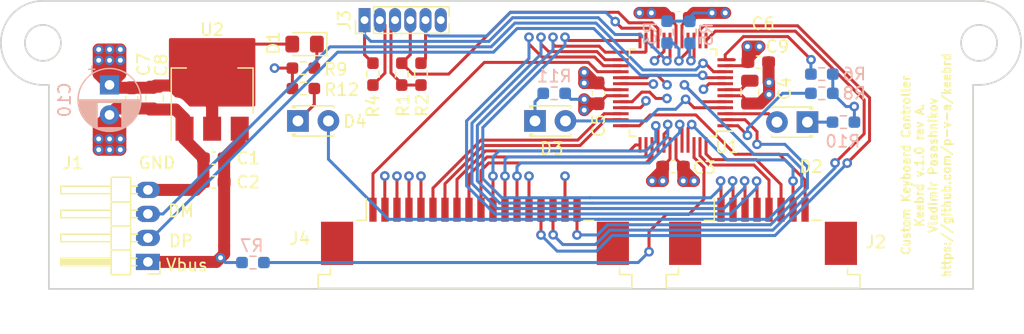
<source format=kicad_pcb>
(kicad_pcb (version 20171130) (host pcbnew 5.1.10-88a1d61d58~88~ubuntu18.04.1)
  (layers (0 F.Cu signal) (1 In1.Cu power hide) (2 In2.Cu power) (31 B.Cu signal) (34 B.Paste user) (35 F.Paste user) (36 B.SilkS user) (37 F.SilkS user) (38 B.Mask user) (39 F.Mask user) (44 Edge.Cuts user))
  (net 0 "")
  (net 1 VBUS)
  (net 2 GND)
  (net 3 +3V3)
  (net 4 "Net-(D1-Pad1)")
  (net 5 "Net-(D2-Pad1)")
  (net 6 LED_SCRLL)
  (net 7 LED_CAPS)
  (net 8 "Net-(D3-Pad1)")
  (net 9 "Net-(D4-Pad1)")
  (net 10 LED_NUM)
  (net 11 DM)
  (net 12 DP)
  (net 13 ~MCLR)
  (net 14 PGD)
  (net 15 PGC)
  (net 16 COL0)
  (net 17 COL1)
  (net 18 COL2)
  (net 19 COL3)
  (net 20 COL4)
  (net 21 COL5)
  (net 22 COL6)
  (net 23 COL7)
  (net 24 "Net-(R3-Pad1)")
  (net 25 "Net-(R5-Pad1)")
  (net 26 "Net-(R6-Pad1)")
  (net 27 "Net-(R7-Pad1)")
  (net 28 "Net-(R8-Pad1)")
  (net 29 COL17)
  (net 30 "Net-(C4-Pad1)")
  (net 31 COL8)
  (net 32 ROW0)
  (net 33 ROW1)
  (net 34 ROW2)
  (net 35 ROW3)
  (net 36 COL11)
  (net 37 COL12)
  (net 38 COL13)
  (net 39 COL9)
  (net 40 ROW4)
  (net 41 COL14)
  (net 42 COL15)
  (net 43 COL16)
  (net 44 COL10)
  (net 45 ROW5)
  (net 46 ROW6)
  (net 47 ROW7)
  (module Capacitor_THT:CP_Radial_D5.0mm_P2.50mm (layer B.Cu) (at 80.05 53 270)
    (fp_text reference C10 (at 1.25 3.75 270) (layer B.SilkS) (effects (justify mirror)))
    (fp_text value 1u)
    (pad 2 thru_hole circle (at 2.5 0 270) (size 1.6 1.6) (drill 0.8) (layers *.Cu *.Mask) (net 2 GND))
    (pad 1 thru_hole rect (at 0 0 270) (size 1.6 1.6) (drill 0.8) (layers *.Cu *.Mask) (net 3 +3V3))
  )
  (module Connector_PinHeader_1.27mm:PinHeader_1x06_P1.27mm_Vertical (layer F.Cu) (at 101.3 47.6 90)
    (fp_text reference J3 (at 0 -1.695 90) (layer F.SilkS))
    (fp_text value "iCP02 Connector")
    (pad 6 thru_hole oval (at 0 6.35 90) (size 2 1) (drill 0.65) (layers *.Cu *.Mask))
    (pad 5 thru_hole oval (at 0 5.08 90) (size 2 1) (drill 0.65) (layers *.Cu *.Mask) (net 15 PGC))
    (pad 4 thru_hole oval (at 0 3.81 90) (size 2 1) (drill 0.65) (layers *.Cu *.Mask) (net 14 PGD))
    (pad 3 thru_hole oval (at 0 2.54 90) (size 2 1) (drill 0.65) (layers *.Cu *.Mask) (net 2 GND))
    (pad 2 thru_hole oval (at 0 1.27 90) (size 2 1) (drill 0.65) (layers *.Cu *.Mask) (net 3 +3V3))
    (pad 1 thru_hole rect (at 0 0 90) (size 2 1) (drill 0.65) (layers *.Cu *.Mask) (net 13 ~MCLR))
  )
  (module Capacitor_SMD:C_0603_1608Metric_Pad1.08x0.95mm_HandSolder (layer F.Cu) (at 134.1 51.1)
    (fp_text reference C9 (at 1.6 -1.3 180) (layer F.SilkS))
    (fp_text value 0.1uF hide)
    (pad 2 smd roundrect (at 0.8625 0) (size 1.075 0.95) (layers F.Cu F.Paste F.Mask) (net 2 GND))
    (pad 1 smd roundrect (at -0.8625 0) (size 1.075 0.95) (layers F.Cu F.Paste F.Mask) (net 3 +3V3))
  )
  (module Package_QFP:TQFP-48_7x7mm_P0.5mm (layer F.Cu) (at 127 53.65 180)
    (fp_text reference U1 (at -4.5 -4.5) (layer F.SilkS))
    (fp_text value PIC24FJ64GU205-IPT hide)
    (pad 1 smd rect (at -4.35 -2.75 180) (size 1.3 0.25) (layers F.Cu F.Paste F.Mask) (net 28 "Net-(R8-Pad1)"))
    (pad 2 smd rect (at -4.35 -2.25 180) (size 1.3 0.25) (layers F.Cu F.Paste F.Mask) (net 29 COL17))
    (pad 3 smd rect (at -4.35 -1.75 180) (size 1.3 0.25) (layers F.Cu F.Paste F.Mask) (net 6 LED_SCRLL))
    (pad 4 smd rect (at -4.35 -1.25 180) (size 1.3 0.25) (layers F.Cu F.Paste F.Mask) (net 7 LED_CAPS))
    (pad 5 smd rect (at -4.35 -0.75 180) (size 1.3 0.25) (layers F.Cu F.Paste F.Mask) (net 10 LED_NUM))
    (pad 6 smd rect (at -4.35 -0.25 180) (size 1.3 0.25) (layers F.Cu F.Paste F.Mask) (net 2 GND))
    (pad 7 smd rect (at -4.35 0.25 180) (size 1.3 0.25) (layers F.Cu F.Paste F.Mask) (net 30 "Net-(C4-Pad1)"))
    (pad 8 smd rect (at -4.35 0.75 180) (size 1.3 0.25) (layers F.Cu F.Paste F.Mask) (net 43 COL16))
    (pad 9 smd rect (at -4.35 1.25 180) (size 1.3 0.25) (layers F.Cu F.Paste F.Mask) (net 12 DP))
    (pad 10 smd rect (at -4.35 1.75 180) (size 1.3 0.25) (layers F.Cu F.Paste F.Mask) (net 11 DM))
    (pad 11 smd rect (at -4.35 2.25 180) (size 1.3 0.25) (layers F.Cu F.Paste F.Mask) (net 3 +3V3))
    (pad 12 smd rect (at -4.35 2.75 180) (size 1.3 0.25) (layers F.Cu F.Paste F.Mask) (net 26 "Net-(R6-Pad1)"))
    (pad 13 smd rect (at -2.75 4.35 270) (size 1.3 0.25) (layers F.Cu F.Paste F.Mask) (net 42 COL15))
    (pad 14 smd rect (at -2.25 4.35 270) (size 1.3 0.25) (layers F.Cu F.Paste F.Mask) (net 41 COL14))
    (pad 15 smd rect (at -1.75 4.35 270) (size 1.3 0.25) (layers F.Cu F.Paste F.Mask) (net 25 "Net-(R5-Pad1)"))
    (pad 16 smd rect (at -1.25 4.35 270) (size 1.3 0.25) (layers F.Cu F.Paste F.Mask) (net 24 "Net-(R3-Pad1)"))
    (pad 17 smd rect (at -0.75 4.35 270) (size 1.3 0.25) (layers F.Cu F.Paste F.Mask) (net 2 GND))
    (pad 18 smd rect (at -0.25 4.35 270) (size 1.3 0.25) (layers F.Cu F.Paste F.Mask) (net 3 +3V3))
    (pad 19 smd rect (at 0.25 4.35 270) (size 1.3 0.25) (layers F.Cu F.Paste F.Mask) (net 13 ~MCLR))
    (pad 20 smd rect (at 0.75 4.35 270) (size 1.3 0.25) (layers F.Cu F.Paste F.Mask) (net 17 COL1))
    (pad 21 smd rect (at 1.25 4.35 270) (size 1.3 0.25) (layers F.Cu F.Paste F.Mask) (net 14 PGD))
    (pad 22 smd rect (at 1.75 4.35 270) (size 1.3 0.25) (layers F.Cu F.Paste F.Mask) (net 15 PGC))
    (pad 23 smd rect (at 2.25 4.35 270) (size 1.3 0.25) (layers F.Cu F.Paste F.Mask) (net 33 ROW1))
    (pad 24 smd rect (at 2.75 4.35 270) (size 1.3 0.25) (layers F.Cu F.Paste F.Mask) (net 32 ROW0))
    (pad 25 smd rect (at 4.35 2.75 180) (size 1.3 0.25) (layers F.Cu F.Paste F.Mask) (net 34 ROW2))
    (pad 26 smd rect (at 4.35 2.25 180) (size 1.3 0.25) (layers F.Cu F.Paste F.Mask) (net 35 ROW3))
    (pad 27 smd rect (at 4.35 1.75 180) (size 1.3 0.25) (layers F.Cu F.Paste F.Mask) (net 16 COL0))
    (pad 28 smd rect (at 4.35 1.25 180) (size 1.3 0.25) (layers F.Cu F.Paste F.Mask) (net 18 COL2))
    (pad 29 smd rect (at 4.35 0.75 180) (size 1.3 0.25) (layers F.Cu F.Paste F.Mask) (net 19 COL3))
    (pad 30 smd rect (at 4.35 0.25 180) (size 1.3 0.25) (layers F.Cu F.Paste F.Mask) (net 3 +3V3))
    (pad 31 smd rect (at 4.35 -0.25 180) (size 1.3 0.25) (layers F.Cu F.Paste F.Mask) (net 2 GND))
    (pad 32 smd rect (at 4.35 -0.75 180) (size 1.3 0.25) (layers F.Cu F.Paste F.Mask) (net 20 COL4))
    (pad 33 smd rect (at 4.35 -1.25 180) (size 1.3 0.25) (layers F.Cu F.Paste F.Mask) (net 38 COL13))
    (pad 34 smd rect (at 4.35 -1.75 180) (size 1.3 0.25) (layers F.Cu F.Paste F.Mask) (net 21 COL5))
    (pad 35 smd rect (at 4.35 -2.25 180) (size 1.3 0.25) (layers F.Cu F.Paste F.Mask) (net 22 COL6))
    (pad 36 smd rect (at 4.35 -2.75 180) (size 1.3 0.25) (layers F.Cu F.Paste F.Mask) (net 47 ROW7))
    (pad 37 smd rect (at 2.75 -4.35 270) (size 1.3 0.25) (layers F.Cu F.Paste F.Mask) (net 23 COL7))
    (pad 38 smd rect (at 2.25 -4.35 270) (size 1.3 0.25) (layers F.Cu F.Paste F.Mask) (net 31 COL8))
    (pad 39 smd rect (at 1.75 -4.35 270) (size 1.3 0.25) (layers F.Cu F.Paste F.Mask) (net 39 COL9))
    (pad 40 smd rect (at 1.25 -4.35 270) (size 1.3 0.25) (layers F.Cu F.Paste F.Mask) (net 44 COL10))
    (pad 41 smd rect (at 0.75 -4.35 270) (size 1.3 0.25) (layers F.Cu F.Paste F.Mask) (net 36 COL11))
    (pad 42 smd rect (at 0.25 -4.35 270) (size 1.3 0.25) (layers F.Cu F.Paste F.Mask) (net 2 GND))
    (pad 43 smd rect (at -0.25 -4.35 270) (size 1.3 0.25) (layers F.Cu F.Paste F.Mask) (net 3 +3V3))
    (pad 44 smd rect (at -0.75 -4.35 270) (size 1.3 0.25) (layers F.Cu F.Paste F.Mask) (net 37 COL12))
    (pad 45 smd rect (at -1.25 -4.35 270) (size 1.3 0.25) (layers F.Cu F.Paste F.Mask) (net 46 ROW6))
    (pad 46 smd rect (at -1.75 -4.35 270) (size 1.3 0.25) (layers F.Cu F.Paste F.Mask) (net 27 "Net-(R7-Pad1)"))
    (pad 47 smd rect (at -2.25 -4.35 270) (size 1.3 0.25) (layers F.Cu F.Paste F.Mask) (net 40 ROW4))
    (pad 48 smd rect (at -2.75 -4.35 270) (size 1.3 0.25) (layers F.Cu F.Paste F.Mask) (net 45 ROW5))
  )
  (module Connector_FFC-FPC:TE_1-84953-8_1x18-1MP_P1.0mm_Horizontal (layer F.Cu) (at 110.5 65.2)
    (fp_text reference J4 (at -14.6 0.6) (layer F.SilkS))
    (fp_text value Col)
    (pad MP smd rect (at 11.49 1) (size 2.68 3.6) (layers F.Cu F.Paste F.Mask))
    (pad MP smd rect (at -11.49 1) (size 2.68 3.6) (layers F.Cu F.Paste F.Mask))
    (pad 18 smd rect (at 8.5 -1.8) (size 0.61 2) (layers F.Cu F.Paste F.Mask) (net 29 COL17))
    (pad 17 smd rect (at 7.5 -1.8) (size 0.61 2) (layers F.Cu F.Paste F.Mask) (net 43 COL16))
    (pad 16 smd rect (at 6.5 -1.8) (size 0.61 2) (layers F.Cu F.Paste F.Mask) (net 42 COL15))
    (pad 15 smd rect (at 5.5 -1.8) (size 0.61 2) (layers F.Cu F.Paste F.Mask) (net 41 COL14))
    (pad 14 smd rect (at 4.5 -1.8) (size 0.61 2) (layers F.Cu F.Paste F.Mask) (net 38 COL13))
    (pad 13 smd rect (at 3.5 -1.8) (size 0.61 2) (layers F.Cu F.Paste F.Mask) (net 37 COL12))
    (pad 12 smd rect (at 2.5 -1.8) (size 0.61 2) (layers F.Cu F.Paste F.Mask) (net 36 COL11))
    (pad 11 smd rect (at 1.5 -1.8) (size 0.61 2) (layers F.Cu F.Paste F.Mask) (net 44 COL10))
    (pad 10 smd rect (at 0.5 -1.8) (size 0.61 2) (layers F.Cu F.Paste F.Mask) (net 39 COL9))
    (pad 9 smd rect (at -0.5 -1.8) (size 0.61 2) (layers F.Cu F.Paste F.Mask) (net 31 COL8))
    (pad 8 smd rect (at -1.5 -1.8) (size 0.61 2) (layers F.Cu F.Paste F.Mask) (net 23 COL7))
    (pad 7 smd rect (at -2.5 -1.8) (size 0.61 2) (layers F.Cu F.Paste F.Mask) (net 22 COL6))
    (pad 6 smd rect (at -3.5 -1.8) (size 0.61 2) (layers F.Cu F.Paste F.Mask) (net 21 COL5))
    (pad 5 smd rect (at -4.5 -1.8) (size 0.61 2) (layers F.Cu F.Paste F.Mask) (net 20 COL4))
    (pad 4 smd rect (at -5.5 -1.8) (size 0.61 2) (layers F.Cu F.Paste F.Mask) (net 19 COL3))
    (pad 3 smd rect (at -6.5 -1.8) (size 0.61 2) (layers F.Cu F.Paste F.Mask) (net 18 COL2))
    (pad 2 smd rect (at -7.5 -1.8) (size 0.61 2) (layers F.Cu F.Paste F.Mask) (net 17 COL1))
    (pad 1 smd rect (at -8.5 -1.8) (size 0.61 2) (layers F.Cu F.Paste F.Mask) (net 16 COL0))
  )
  (module Connector_FFC-FPC:TE_84952-8_1x08-1MP_P1.0mm_Horizontal (layer F.Cu) (at 134.5 65.2)
    (fp_text reference J2 (at 9.4 0.89) (layer F.SilkS))
    (fp_text value Row)
    (pad MP smd rect (at 6.49 1) (size 2.68 3.6) (layers F.Cu F.Paste F.Mask))
    (pad MP smd rect (at -6.49 1) (size 2.68 3.6) (layers F.Cu F.Paste F.Mask))
    (pad 8 smd rect (at 3.5 -1.8) (size 0.61 2) (layers F.Cu F.Paste F.Mask) (net 47 ROW7))
    (pad 7 smd rect (at 2.5 -1.8) (size 0.61 2) (layers F.Cu F.Paste F.Mask) (net 46 ROW6))
    (pad 6 smd rect (at 1.5 -1.8) (size 0.61 2) (layers F.Cu F.Paste F.Mask) (net 45 ROW5))
    (pad 5 smd rect (at 0.5 -1.8) (size 0.61 2) (layers F.Cu F.Paste F.Mask) (net 40 ROW4))
    (pad 4 smd rect (at -0.5 -1.8) (size 0.61 2) (layers F.Cu F.Paste F.Mask) (net 35 ROW3))
    (pad 3 smd rect (at -1.5 -1.8) (size 0.61 2) (layers F.Cu F.Paste F.Mask) (net 34 ROW2))
    (pad 2 smd rect (at -2.5 -1.8) (size 0.61 2) (layers F.Cu F.Paste F.Mask) (net 33 ROW1))
    (pad 1 smd rect (at -3.5 -1.8) (size 0.61 2) (layers F.Cu F.Paste F.Mask) (net 32 ROW0))
  )
  (module Connector_PinHeader_2.00mm:PinHeader_1x04_P2.00mm_Horizontal (layer F.Cu) (at 83.25 67.75 180)
    (fp_text reference J1 (at 6.25 8.25) (layer F.SilkS))
    (fp_text value USB)
    (pad 4 thru_hole oval (at 0 6 180) (size 2 1.35) (drill 0.8) (layers *.Cu *.Mask) (net 2 GND))
    (pad 3 thru_hole oval (at 0 4 180) (size 2 1.35) (drill 0.8) (layers *.Cu *.Mask) (net 11 DM))
    (pad 2 thru_hole oval (at 0 2 180) (size 2 1.35) (drill 0.8) (layers *.Cu *.Mask) (net 12 DP))
    (pad 1 thru_hole rect (at 0 0 180) (size 2 1.35) (drill 0.8) (layers *.Cu *.Mask) (net 1 VBUS))
  )
  (module Capacitor_SMD:C_0805_2012Metric (layer F.Cu) (at 83.8 54.1 270)
    (fp_text reference C8 (at -2.75 -0.55 90) (layer F.SilkS))
    (fp_text value 1u hide)
    (pad 2 smd roundrect (at 0.95 0 270) (size 1 1.45) (layers F.Cu F.Paste F.Mask) (net 2 GND))
    (pad 1 smd roundrect (at -0.95 0 270) (size 1 1.45) (layers F.Cu F.Paste F.Mask) (net 3 +3V3))
  )
  (module Capacitor_SMD:C_0805_2012Metric (layer F.Cu) (at 133.4 53.6 270)
    (fp_text reference C4 (at -0.3 -2.9 270) (layer F.SilkS))
    (fp_text value 1u hide)
    (pad 2 smd roundrect (at 0.95 0 270) (size 1 1.45) (layers F.Cu F.Paste F.Mask) (net 2 GND))
    (pad 1 smd roundrect (at -0.95 0 270) (size 1 1.45) (layers F.Cu F.Paste F.Mask) (net 30 "Net-(C4-Pad1)"))
  )
  (module Capacitor_SMD:C_0603_1608Metric_Pad1.08x0.95mm_HandSolder (layer F.Cu) (at 88.7375 59.1 180)
    (fp_text reference C1 (at -2.8625 0) (layer F.SilkS))
    (fp_text value 0.1uF hide)
    (pad 1 smd roundrect (at -0.8625 0 180) (size 1.075 0.95) (layers F.Cu F.Paste F.Mask) (net 1 VBUS))
    (pad 2 smd roundrect (at 0.8625 0 180) (size 1.075 0.95) (layers F.Cu F.Paste F.Mask) (net 2 GND))
  )
  (module Capacitor_SMD:C_0603_1608Metric_Pad1.08x0.95mm_HandSolder (layer F.Cu) (at 88.7375 61.1 180)
    (fp_text reference C2 (at -2.8625 0) (layer F.SilkS))
    (fp_text value 0.1uF hide)
    (pad 2 smd roundrect (at 0.8625 0 180) (size 1.075 0.95) (layers F.Cu F.Paste F.Mask) (net 2 GND))
    (pad 1 smd roundrect (at -0.8625 0 180) (size 1.075 0.95) (layers F.Cu F.Paste F.Mask) (net 1 VBUS))
  )
  (module Capacitor_SMD:C_0603_1608Metric_Pad1.08x0.95mm_HandSolder (layer F.Cu) (at 127 59.8 180)
    (fp_text reference C3 (at -2.6 -0.1) (layer F.SilkS))
    (fp_text value 0.1uF hide)
    (pad 2 smd roundrect (at 0.8625 0 180) (size 1.075 0.95) (layers F.Cu F.Paste F.Mask) (net 2 GND))
    (pad 1 smd roundrect (at -0.8625 0 180) (size 1.075 0.95) (layers F.Cu F.Paste F.Mask) (net 3 +3V3))
  )
  (module Capacitor_SMD:C_0603_1608Metric_Pad1.08x0.95mm_HandSolder (layer F.Cu) (at 120.8 53.7 270)
    (fp_text reference C5 (at 2.7 0 90) (layer F.SilkS))
    (fp_text value 0.1uF hide)
    (pad 1 smd roundrect (at -0.8625 0 270) (size 1.075 0.95) (layers F.Cu F.Paste F.Mask) (net 3 +3V3))
    (pad 2 smd roundrect (at 0.8625 0 270) (size 1.075 0.95) (layers F.Cu F.Paste F.Mask) (net 2 GND))
  )
  (module Capacitor_SMD:C_0603_1608Metric_Pad1.08x0.95mm_HandSolder (layer F.Cu) (at 127.5 47.4)
    (fp_text reference C6 (at 7 0.5) (layer F.SilkS))
    (fp_text value 0.1uF hide)
    (pad 2 smd roundrect (at 0.8625 0) (size 1.075 0.95) (layers F.Cu F.Paste F.Mask) (net 2 GND))
    (pad 1 smd roundrect (at -0.8625 0) (size 1.075 0.95) (layers F.Cu F.Paste F.Mask) (net 3 +3V3))
  )
  (module Capacitor_SMD:C_0603_1608Metric_Pad1.08x0.95mm_HandSolder (layer F.Cu) (at 81.9 54.1 270)
    (fp_text reference C7 (at -2.8 -1 90) (layer F.SilkS))
    (fp_text value 0.1uF hide)
    (pad 1 smd roundrect (at -0.8625 0 270) (size 1.075 0.95) (layers F.Cu F.Paste F.Mask) (net 3 +3V3))
    (pad 2 smd roundrect (at 0.8625 0 270) (size 1.075 0.95) (layers F.Cu F.Paste F.Mask) (net 2 GND))
  )
  (module LED_SMD:LED_0805_2012Metric_Pad1.15x1.40mm_HandSolder (layer F.Cu) (at 96.3 49.6 180)
    (fp_text reference D1 (at 2.6 0.1 90) (layer F.SilkS))
    (fp_text value Power)
    (pad 1 smd roundrect (at -1.025 0 180) (size 1.15 1.4) (layers F.Cu F.Paste F.Mask) (roundrect_rratio 0.2173904347826087) (net 4 "Net-(D1-Pad1)"))
    (pad 2 smd roundrect (at 1.025 0 180) (size 1.15 1.4) (layers F.Cu F.Paste F.Mask) (roundrect_rratio 0.2173904347826087) (net 3 +3V3))
  )
  (module LED_THT:LED_D1.8mm_W3.3mm_H2.4mm (layer F.Cu) (at 138.2 56.1 180)
    (fp_text reference D2 (at -0.3 -3.7) (layer F.SilkS))
    (fp_text value Scroll)
    (pad 1 thru_hole rect (at 0 0 180) (size 1.8 1.8) (drill 0.9) (layers *.Cu *.Mask) (net 5 "Net-(D2-Pad1)"))
    (pad 2 thru_hole circle (at 2.54 0 180) (size 1.8 1.8) (drill 0.9) (layers *.Cu *.Mask) (net 6 LED_SCRLL))
  )
  (module LED_THT:LED_D1.8mm_W3.3mm_H2.4mm (layer F.Cu) (at 115.5 56)
    (fp_text reference D3 (at 1.4 2.3) (layer F.SilkS))
    (fp_text value Caps)
    (pad 2 thru_hole circle (at 2.54 0) (size 1.8 1.8) (drill 0.9) (layers *.Cu *.Mask) (net 7 LED_CAPS))
    (pad 1 thru_hole rect (at 0 0) (size 1.8 1.8) (drill 0.9) (layers *.Cu *.Mask) (net 8 "Net-(D3-Pad1)"))
  )
  (module LED_THT:LED_D1.8mm_W3.3mm_H2.4mm (layer F.Cu) (at 95.75 56)
    (fp_text reference D4 (at 4.75 0.05) (layer F.SilkS))
    (fp_text value Num)
    (pad 1 thru_hole rect (at 0 0) (size 1.8 1.8) (drill 0.9) (layers *.Cu *.Mask) (net 9 "Net-(D4-Pad1)"))
    (pad 2 thru_hole circle (at 2.54 0) (size 1.8 1.8) (drill 0.9) (layers *.Cu *.Mask) (net 10 LED_NUM))
  )
  (module Resistor_SMD:R_0603_1608Metric_Pad0.98x0.95mm_HandSolder (layer F.Cu) (at 104.4 52.1 270)
    (fp_text reference R1 (at 2.6 -0.1 90) (layer F.SilkS))
    (fp_text value 47k hide)
    (pad 1 smd roundrect (at -0.9125 0 270) (size 0.975 0.95) (layers F.Cu F.Paste F.Mask) (net 14 PGD))
    (pad 2 smd roundrect (at 0.9125 0 270) (size 0.975 0.95) (layers F.Cu F.Paste F.Mask) (net 2 GND))
  )
  (module Resistor_SMD:R_0603_1608Metric_Pad0.98x0.95mm_HandSolder (layer F.Cu) (at 106 52.1 270)
    (fp_text reference R2 (at 2.6 -0.1 90) (layer F.SilkS))
    (fp_text value 47k hide)
    (pad 2 smd roundrect (at 0.9125 0 270) (size 0.975 0.95) (layers F.Cu F.Paste F.Mask) (net 2 GND))
    (pad 1 smd roundrect (at -0.9125 0 270) (size 0.975 0.95) (layers F.Cu F.Paste F.Mask) (net 15 PGC))
  )
  (module Resistor_SMD:R_0603_1608Metric_Pad0.98x0.95mm_HandSolder (layer B.Cu) (at 126.5 48.6 90)
    (fp_text reference R3 (at -0.1 -1.4 90) (layer B.SilkS) (effects (justify mirror)))
    (fp_text value 10k hide)
    (pad 2 smd roundrect (at 0.9125 0 90) (size 0.975 0.95) (layers B.Cu B.Paste B.Mask) (net 2 GND))
    (pad 1 smd roundrect (at -0.9125 0 90) (size 0.975 0.95) (layers B.Cu B.Paste B.Mask) (net 24 "Net-(R3-Pad1)"))
  )
  (module Resistor_SMD:R_0603_1608Metric_Pad0.98x0.95mm_HandSolder (layer F.Cu) (at 102 52.1 270)
    (fp_text reference R4 (at 2.6625 0 90) (layer F.SilkS))
    (fp_text value 10k hide)
    (pad 1 smd roundrect (at -0.9125 0 270) (size 0.975 0.95) (layers F.Cu F.Paste F.Mask) (net 13 ~MCLR))
    (pad 2 smd roundrect (at 0.9125 0 270) (size 0.975 0.95) (layers F.Cu F.Paste F.Mask) (net 3 +3V3))
  )
  (module Resistor_SMD:R_0603_1608Metric_Pad0.98x0.95mm_HandSolder (layer B.Cu) (at 128.4 48.6125 90)
    (fp_text reference R5 (at -0.1875 1.4 90) (layer B.SilkS) (effects (justify mirror)))
    (fp_text value 10k hide)
    (pad 1 smd roundrect (at -0.9125 0 90) (size 0.975 0.95) (layers B.Cu B.Paste B.Mask) (net 25 "Net-(R5-Pad1)"))
    (pad 2 smd roundrect (at 0.9125 0 90) (size 0.975 0.95) (layers B.Cu B.Paste B.Mask) (net 2 GND))
  )
  (module Resistor_SMD:R_0603_1608Metric_Pad0.98x0.95mm_HandSolder (layer B.Cu) (at 139.4 52.1)
    (fp_text reference R6 (at 2.7 0) (layer B.SilkS) (effects (justify mirror)))
    (fp_text value 10k hide)
    (pad 2 smd roundrect (at 0.9125 0) (size 0.975 0.95) (layers B.Cu B.Paste B.Mask) (net 2 GND))
    (pad 1 smd roundrect (at -0.9125 0) (size 0.975 0.95) (layers B.Cu B.Paste B.Mask) (net 26 "Net-(R6-Pad1)"))
  )
  (module Resistor_SMD:R_0603_1608Metric_Pad0.98x0.95mm_HandSolder (layer B.Cu) (at 92 67.8 180)
    (fp_text reference R7 (at 0.1 1.4) (layer B.SilkS) (effects (justify mirror)))
    (fp_text value 100 hide)
    (pad 2 smd roundrect (at 0.9125 0 180) (size 0.975 0.95) (layers B.Cu B.Paste B.Mask) (net 1 VBUS))
    (pad 1 smd roundrect (at -0.9125 0 180) (size 0.975 0.95) (layers B.Cu B.Paste B.Mask) (net 27 "Net-(R7-Pad1)"))
  )
  (module Resistor_SMD:R_0603_1608Metric_Pad0.98x0.95mm_HandSolder (layer B.Cu) (at 139.4 53.7)
    (fp_text reference R8 (at 2.7 0) (layer B.SilkS) (effects (justify mirror)))
    (fp_text value 10k hide)
    (pad 1 smd roundrect (at -0.9125 0) (size 0.975 0.95) (layers B.Cu B.Paste B.Mask) (net 28 "Net-(R8-Pad1)"))
    (pad 2 smd roundrect (at 0.9125 0) (size 0.975 0.95) (layers B.Cu B.Paste B.Mask) (net 2 GND))
  )
  (module Resistor_SMD:R_0603_1608Metric_Pad0.98x0.95mm_HandSolder (layer F.Cu) (at 96.2 51.6)
    (fp_text reference R9 (at 2.7 0.1) (layer F.SilkS))
    (fp_text value 300 hide)
    (pad 1 smd roundrect (at -0.9125 0) (size 0.975 0.95) (layers F.Cu F.Paste F.Mask) (net 2 GND))
    (pad 2 smd roundrect (at 0.9125 0) (size 0.975 0.95) (layers F.Cu F.Paste F.Mask) (net 4 "Net-(D1-Pad1)"))
  )
  (module Resistor_SMD:R_0603_1608Metric_Pad0.98x0.95mm_HandSolder (layer B.Cu) (at 141.2 56.1 180)
    (fp_text reference R10 (at 0.05 -1.6) (layer B.SilkS) (effects (justify mirror)))
    (fp_text value 300 hide)
    (pad 2 smd roundrect (at 0.9125 0 180) (size 0.975 0.95) (layers B.Cu B.Paste B.Mask) (net 5 "Net-(D2-Pad1)"))
    (pad 1 smd roundrect (at -0.9125 0 180) (size 0.975 0.95) (layers B.Cu B.Paste B.Mask) (net 2 GND))
  )
  (module Resistor_SMD:R_0603_1608Metric_Pad0.98x0.95mm_HandSolder (layer B.Cu) (at 117.1 53.7 180)
    (fp_text reference R11 (at 0 1.43 180) (layer B.SilkS) (effects (justify mirror)))
    (fp_text value 300 hide)
    (pad 1 smd roundrect (at -0.9125 0 180) (size 0.975 0.95) (layers B.Cu B.Paste B.Mask) (net 2 GND))
    (pad 2 smd roundrect (at 0.9125 0 180) (size 0.975 0.95) (layers B.Cu B.Paste B.Mask) (net 8 "Net-(D3-Pad1)"))
  )
  (module Resistor_SMD:R_0603_1608Metric_Pad0.98x0.95mm_HandSolder (layer F.Cu) (at 96.2 53.3)
    (fp_text reference R12 (at 3.2 0.1) (layer F.SilkS))
    (fp_text value 300 hide)
    (pad 2 smd roundrect (at 0.9125 0) (size 0.975 0.95) (layers F.Cu F.Paste F.Mask) (net 9 "Net-(D4-Pad1)"))
    (pad 1 smd roundrect (at -0.9125 0) (size 0.975 0.95) (layers F.Cu F.Paste F.Mask) (net 2 GND))
  )
  (module Package_TO_SOT_SMD:SOT-223-3_TabPin2 (layer F.Cu) (at 88.6 53.5 90)
    (fp_text reference U2 (at 5.1 0 180) (layer F.SilkS))
    (fp_text value LM1117-3.3 hide)
    (pad 2 smd rect (at 3.15 0 90) (size 2 3.8) (layers F.Cu F.Paste F.Mask) (net 3 +3V3))
    (pad 2 smd rect (at -3.15 0 90) (size 2 1.5) (layers F.Cu F.Paste F.Mask) (net 3 +3V3))
    (pad 3 smd rect (at -3.15 2.3 90) (size 2 1.5) (layers F.Cu F.Paste F.Mask) (net 1 VBUS))
    (pad 1 smd rect (at -3.15 -2.3 90) (size 2 1.5) (layers F.Cu F.Paste F.Mask) (net 2 GND))
  )
  (gr_text "Custom Keyboard Controller\nKeebrd v.1.0 rev A.\nVladimir Pasashnikov\nhttps://github.com/p-v-a/keebrd" (at 148.1 59.7 90) (layer F.SilkS) (effects (font (size 0.7 0.7))))
  (gr_text Vbus (at 86.5 68) (layer F.SilkS) (effects (font (size 1 1))))
  (gr_text GND (at 84 59.5) (layer F.SilkS) (effects (font (size 1 1))))
  (gr_text DM (at 86 63.5) (layer F.SilkS) (effects (font (size 1 1))))
  (gr_text DP (at 86 66) (layer F.SilkS) (effects (font (size 1 1))))
  (gr_line (start 152 53) (end 152 70) (layer Edge.Cuts) (width 0.15))
  (gr_line (start 152.5 53) (end 152 53) (layer Edge.Cuts) (width 0.15))
  (gr_arc (start 152.5 49.5) (end 152.5 53) (angle -180) (layer Edge.Cuts) (width 0.15))
  (gr_circle (center 152.5 49.5) (end 154 49.5) (layer Edge.Cuts) (width 0.15))
  (gr_line (start 75 53) (end 75 70) (layer Edge.Cuts) (width 0.15))
  (gr_line (start 74.499999 53) (end 75 53) (layer Edge.Cuts) (width 0.15))
  (gr_circle (center 74.5 49.5) (end 76 49.5) (layer Edge.Cuts) (width 0.15))
  (gr_arc (start 74.5 49.5) (end 74.5 46) (angle -180) (layer Edge.Cuts) (width 0.15))
  (gr_line (start 152.500001 46) (end 74.5 46) (layer Edge.Cuts) (width 0.15))
  (gr_line (start 75 70) (end 152 70) (layer Edge.Cuts) (width 0.15))
  (segment (start 90.9 57.8) (end 89.6 59.1) (width 1) (layer F.Cu) (net 1))
  (segment (start 90.9 56.65) (end 90.9 57.8) (width 1) (layer F.Cu) (net 1))
  (segment (start 89.6 59.1) (end 89.6 61.1) (width 1) (layer F.Cu) (net 1))
  (segment (start 83.25 67.75) (end 88.95 67.75) (width 1) (layer F.Cu) (net 1))
  (segment (start 88.95 67.75) (end 89.6 67.1) (width 1) (layer F.Cu) (net 1))
  (via (at 89.3 67.4) (size 0.8) (drill 0.4) (layers F.Cu B.Cu) (net 1))
  (segment (start 89.8 66.6) (end 89.6 66.4) (width 0.25) (layer F.Cu) (net 1))
  (segment (start 89.6 67.1) (end 89.6 66.4) (width 1) (layer F.Cu) (net 1))
  (segment (start 89.6 66.4) (end 89.6 61.1) (width 1) (layer F.Cu) (net 1))
  (segment (start 89.7 67.8) (end 89.3 67.4) (width 0.25) (layer B.Cu) (net 1))
  (segment (start 91.0875 67.8) (end 89.7 67.8) (width 0.25) (layer B.Cu) (net 1))
  (segment (start 126.75 59.1875) (end 126.1375 59.8) (width 0.25) (layer F.Cu) (net 2))
  (segment (start 126.75 58) (end 126.75 59.1875) (width 0.25) (layer F.Cu) (net 2))
  (segment (start 121.4625 53.9) (end 120.8 54.5625) (width 0.25) (layer F.Cu) (net 2))
  (segment (start 122.65 53.9) (end 121.4625 53.9) (width 0.25) (layer F.Cu) (net 2))
  (segment (start 127.75 48.0125) (end 128.3625 47.4) (width 0.25) (layer F.Cu) (net 2))
  (segment (start 127.75 49.3) (end 127.75 48.0125) (width 0.25) (layer F.Cu) (net 2))
  (segment (start 132.75 53.9) (end 133.4 54.55) (width 0.25) (layer F.Cu) (net 2))
  (segment (start 131.35 53.9) (end 132.75 53.9) (width 0.25) (layer F.Cu) (net 2))
  (segment (start 133.415685 54.55) (end 133.4 54.55) (width 0.25) (layer F.Cu) (net 2))
  (via (at 125.25 61) (size 0.8) (drill 0.4) (layers F.Cu B.Cu) (net 2))
  (via (at 126.15 61) (size 0.8) (drill 0.4) (layers F.Cu B.Cu) (net 2))
  (via (at 119.6 55.1) (size 0.8) (drill 0.4) (layers F.Cu B.Cu) (net 2))
  (via (at 119.6 54.2) (size 0.8) (drill 0.4) (layers F.Cu B.Cu) (net 2))
  (via (at 80.95 58.4) (size 0.8) (drill 0.4) (layers F.Cu B.Cu) (net 2))
  (via (at 80.05 57.5) (size 0.8) (drill 0.4) (layers F.Cu B.Cu) (net 2))
  (via (at 80.05 58.4) (size 0.8) (drill 0.4) (layers F.Cu B.Cu) (net 2))
  (via (at 79.15 57.5) (size 0.8) (drill 0.4) (layers F.Cu B.Cu) (net 2))
  (via (at 79.15 58.4) (size 0.8) (drill 0.4) (layers F.Cu B.Cu) (net 2))
  (via (at 80.95 57.5) (size 0.8) (drill 0.4) (layers F.Cu B.Cu) (net 2))
  (segment (start 86.3 57.525) (end 87.875 59.1) (width 1) (layer F.Cu) (net 2))
  (segment (start 86.3 56.65) (end 86.3 57.525) (width 1) (layer F.Cu) (net 2))
  (segment (start 87.875 59.1) (end 87.875 61.1) (width 1) (layer F.Cu) (net 2))
  (segment (start 87.225 61.75) (end 87.875 61.1) (width 1) (layer F.Cu) (net 2))
  (segment (start 83.25 61.75) (end 87.225 61.75) (width 1) (layer F.Cu) (net 2))
  (segment (start 120.1375 54.5625) (end 119.6 55.1) (width 1) (layer F.Cu) (net 2))
  (segment (start 120.8 54.5625) (end 120.1375 54.5625) (width 1) (layer F.Cu) (net 2))
  (segment (start 95.2875 51.6) (end 95.2875 53.3) (width 0.25) (layer F.Cu) (net 2))
  (via (at 135 52.8) (size 0.8) (drill 0.4) (layers F.Cu B.Cu) (net 2))
  (via (at 135 53.8) (size 0.8) (drill 0.4) (layers F.Cu B.Cu) (net 2))
  (segment (start 134.9625 52.7625) (end 135 52.8) (width 1) (layer F.Cu) (net 2))
  (segment (start 134.9625 51.1) (end 134.9625 52.7625) (width 1) (layer F.Cu) (net 2))
  (segment (start 135 52.8) (end 135 53.8) (width 1) (layer F.Cu) (net 2))
  (segment (start 134.25 54.55) (end 133.4 54.55) (width 1) (layer F.Cu) (net 2))
  (segment (start 135 53.8) (end 134.25 54.55) (width 1) (layer F.Cu) (net 2))
  (segment (start 128.3875 47.6875) (end 128.4 47.7) (width 0.25) (layer B.Cu) (net 2))
  (segment (start 126.5 47.6875) (end 128.3875 47.6875) (width 0.25) (layer B.Cu) (net 2))
  (segment (start 140.3125 52.1) (end 140.3125 53.7) (width 0.25) (layer B.Cu) (net 2))
  (segment (start 104.4 53.0125) (end 104.4 52.9) (width 0.25) (layer F.Cu) (net 2))
  (segment (start 104.4 52.9) (end 103.5 52) (width 0.25) (layer F.Cu) (net 2))
  (segment (start 106 53.0125) (end 104.4 53.0125) (width 0.25) (layer F.Cu) (net 2))
  (segment (start 118.0125 53.7) (end 118.0125 53.7125) (width 0.25) (layer B.Cu) (net 2))
  (segment (start 118.5 54.2) (end 119.6 54.2) (width 0.25) (layer B.Cu) (net 2))
  (segment (start 118.0125 53.7125) (end 118.5 54.2) (width 0.25) (layer B.Cu) (net 2))
  (via (at 93.8 51.6) (size 0.8) (drill 0.4) (layers F.Cu B.Cu) (net 2))
  (segment (start 93.8 51.6) (end 95.2875 51.6) (width 0.25) (layer F.Cu) (net 2))
  (segment (start 103.5 47.94) (end 103.5 52) (width 0.25) (layer F.Cu) (net 2))
  (segment (start 103.84 47.6) (end 103.5 47.94) (width 0.25) (layer F.Cu) (net 2))
  (segment (start 119.6 54.2) (end 119.6 55.1) (width 1) (layer F.Cu) (net 2))
  (segment (start 119.9625 54.5625) (end 119.6 54.2) (width 1) (layer F.Cu) (net 2))
  (segment (start 120.8 54.5625) (end 119.9625 54.5625) (width 1) (layer F.Cu) (net 2))
  (segment (start 126.15 59.8125) (end 126.1375 59.8) (width 1) (layer F.Cu) (net 2))
  (segment (start 126.15 61) (end 126.15 59.8125) (width 1) (layer F.Cu) (net 2))
  (segment (start 126.1375 60.1125) (end 125.25 61) (width 1) (layer F.Cu) (net 2))
  (segment (start 126.1375 59.8) (end 126.1375 60.1125) (width 1) (layer F.Cu) (net 2))
  (segment (start 125.25 61) (end 126.15 61) (width 1) (layer F.Cu) (net 2))
  (via (at 131.35 47) (size 0.8) (drill 0.4) (layers F.Cu B.Cu) (net 2))
  (via (at 130.25 47) (size 0.8) (drill 0.4) (layers F.Cu B.Cu) (net 2))
  (segment (start 128.7625 47) (end 128.3625 47.4) (width 1) (layer F.Cu) (net 2))
  (segment (start 130.25 47) (end 128.7625 47) (width 1) (layer F.Cu) (net 2))
  (segment (start 131.35 47) (end 130.25 47) (width 1) (layer F.Cu) (net 2))
  (segment (start 128.7625 47) (end 130.25 47) (width 0.25) (layer B.Cu) (net 2))
  (segment (start 128.4 47.7) (end 128.4 47.3625) (width 0.25) (layer B.Cu) (net 2))
  (segment (start 128.4 47.3625) (end 128.7625 47) (width 0.25) (layer B.Cu) (net 2))
  (segment (start 142.1 54.8) (end 141.4125 54.8) (width 0.25) (layer B.Cu) (net 2))
  (via (at 142.1 54.8) (size 0.8) (drill 0.4) (layers F.Cu B.Cu) (net 2))
  (segment (start 141.4125 54.8) (end 140.3125 53.7) (width 0.25) (layer B.Cu) (net 2))
  (segment (start 142.1125 54.8125) (end 142.1 54.8) (width 0.25) (layer F.Cu) (net 2))
  (segment (start 83.7125 54.9625) (end 83.8 55.05) (width 1) (layer F.Cu) (net 2))
  (segment (start 81.9 54.9625) (end 83.7125 54.9625) (width 1) (layer F.Cu) (net 2))
  (segment (start 86.3 56.65) (end 86.3 55.8) (width 1) (layer F.Cu) (net 2))
  (segment (start 85.55 55.05) (end 83.8 55.05) (width 1) (layer F.Cu) (net 2))
  (segment (start 86.3 55.8) (end 85.55 55.05) (width 1) (layer F.Cu) (net 2))
  (segment (start 80.5875 54.9625) (end 80.05 55.5) (width 1) (layer F.Cu) (net 2))
  (segment (start 81.9 54.9625) (end 80.5875 54.9625) (width 1) (layer F.Cu) (net 2))
  (segment (start 79.15 58.4) (end 79.15 57.5) (width 1) (layer F.Cu) (net 2))
  (segment (start 80.05 58.4) (end 80.05 57.5) (width 1) (layer F.Cu) (net 2))
  (segment (start 80.95 58.4) (end 80.95 57.5) (width 1) (layer F.Cu) (net 2))
  (segment (start 80.95 56.4) (end 80.05 55.5) (width 1) (layer F.Cu) (net 2))
  (segment (start 80.95 57.5) (end 80.95 56.4) (width 1) (layer F.Cu) (net 2))
  (segment (start 79.15 56.4) (end 80.05 55.5) (width 1) (layer F.Cu) (net 2))
  (segment (start 79.15 57.5) (end 79.15 56.4) (width 1) (layer F.Cu) (net 2))
  (segment (start 80.05 57.5) (end 80.05 55.5) (width 1) (layer F.Cu) (net 2))
  (segment (start 79.15 58.4) (end 80.95 58.4) (width 1) (layer F.Cu) (net 2))
  (segment (start 142.1125 54.8125) (end 142.1 54.8) (width 0.25) (layer B.Cu) (net 2))
  (segment (start 142.1125 56.1) (end 142.1125 54.8125) (width 0.25) (layer B.Cu) (net 2))
  (segment (start 127.25 59.1875) (end 127.8625 59.8) (width 0.25) (layer F.Cu) (net 3))
  (segment (start 127.25 58) (end 127.25 59.1875) (width 0.25) (layer F.Cu) (net 3))
  (segment (start 121.3625 53.4) (end 120.8 52.8375) (width 0.25) (layer F.Cu) (net 3))
  (segment (start 122.65 53.4) (end 121.3625 53.4) (width 0.25) (layer F.Cu) (net 3))
  (segment (start 127.25 48.0125) (end 126.6375 47.4) (width 0.25) (layer F.Cu) (net 3))
  (segment (start 127.25 49.3) (end 127.25 48.0125) (width 0.25) (layer F.Cu) (net 3))
  (via (at 125.2 47) (size 0.8) (drill 0.4) (layers F.Cu B.Cu) (net 3))
  (via (at 124.2 47) (size 0.8) (drill 0.4) (layers F.Cu B.Cu) (net 3))
  (via (at 127.85 61) (size 0.8) (drill 0.4) (layers F.Cu B.Cu) (net 3))
  (via (at 119.6 52.85) (size 0.8) (drill 0.4) (layers F.Cu B.Cu) (net 3))
  (via (at 80.95 50.05) (size 0.8) (drill 0.4) (layers F.Cu B.Cu) (net 3))
  (via (at 80.95 50.95) (size 0.8) (drill 0.4) (layers F.Cu B.Cu) (net 3))
  (via (at 80.05 50.05) (size 0.8) (drill 0.4) (layers F.Cu B.Cu) (net 3))
  (via (at 80.05 50.95) (size 0.8) (drill 0.4) (layers F.Cu B.Cu) (net 3))
  (via (at 79.15 50.95) (size 0.8) (drill 0.4) (layers F.Cu B.Cu) (net 3))
  (via (at 79.15 50.05) (size 0.8) (drill 0.4) (layers F.Cu B.Cu) (net 3))
  (segment (start 120.5375 53.1) (end 120.8 52.8375) (width 0.25) (layer F.Cu) (net 3))
  (segment (start 88.6 50.35) (end 88.6 56.65) (width 1) (layer F.Cu) (net 3))
  (segment (start 88.6 54.65) (end 87 53.05) (width 1) (layer F.Cu) (net 3))
  (segment (start 88.6 56.65) (end 88.6 54.65) (width 1) (layer F.Cu) (net 3))
  (segment (start 88.6 51.45) (end 87 53.05) (width 1) (layer F.Cu) (net 3))
  (segment (start 88.6 50.35) (end 88.6 51.45) (width 1) (layer F.Cu) (net 3))
  (segment (start 126.2375 47) (end 126.6375 47.4) (width 1) (layer F.Cu) (net 3))
  (segment (start 125.2 47) (end 126.2375 47) (width 1) (layer F.Cu) (net 3))
  (segment (start 90.45 49.6) (end 88.6 51.45) (width 0.25) (layer F.Cu) (net 3))
  (segment (start 95.275 49.6) (end 90.45 49.6) (width 0.25) (layer F.Cu) (net 3))
  (via (at 119.6 51.95) (size 0.8) (drill 0.4) (layers F.Cu B.Cu) (net 3))
  (segment (start 124.2 47) (end 125.2 47) (width 1) (layer F.Cu) (net 3))
  (segment (start 132.9375 51.4) (end 133.2375 51.1) (width 0.25) (layer F.Cu) (net 3))
  (segment (start 131.35 51.4) (end 132.9375 51.4) (width 0.25) (layer F.Cu) (net 3))
  (via (at 134.2 49.8) (size 0.8) (drill 0.4) (layers F.Cu B.Cu) (net 3))
  (via (at 133.202163 49.803245) (size 0.8) (drill 0.4) (layers F.Cu B.Cu) (net 3))
  (segment (start 133.2375 51.1) (end 133.2375 49.838582) (width 1) (layer F.Cu) (net 3))
  (segment (start 133.2375 49.838582) (end 133.202163 49.803245) (width 1) (layer F.Cu) (net 3))
  (segment (start 133.2375 50.7625) (end 134.2 49.8) (width 1) (layer F.Cu) (net 3))
  (segment (start 133.2375 51.1) (end 133.2375 50.7625) (width 1) (layer F.Cu) (net 3))
  (segment (start 133.205408 49.8) (end 133.202163 49.803245) (width 1) (layer F.Cu) (net 3))
  (segment (start 134.2 49.8) (end 133.205408 49.8) (width 1) (layer F.Cu) (net 3))
  (via (at 128.75 61) (size 0.8) (drill 0.4) (layers F.Cu B.Cu) (net 3))
  (segment (start 102 53.0125) (end 103 52.0125) (width 0.25) (layer F.Cu) (net 3))
  (segment (start 103 48.03) (end 103 52.0125) (width 0.25) (layer F.Cu) (net 3))
  (segment (start 102.57 47.6) (end 103 48.03) (width 0.25) (layer F.Cu) (net 3))
  (segment (start 119.6125 52.8375) (end 119.6 52.85) (width 1) (layer F.Cu) (net 3))
  (segment (start 120.8 52.8375) (end 119.6125 52.8375) (width 1) (layer F.Cu) (net 3))
  (segment (start 120.8 52.8375) (end 120.46249 52.8375) (width 1) (layer F.Cu) (net 3))
  (segment (start 127.8625 60.9875) (end 127.85 61) (width 1) (layer F.Cu) (net 3))
  (segment (start 127.8625 59.8) (end 127.8625 60.9875) (width 1) (layer F.Cu) (net 3))
  (segment (start 127.8625 59.8) (end 127.8625 60.1125) (width 1) (layer F.Cu) (net 3))
  (segment (start 127.8625 60.1125) (end 128.75 61) (width 1) (layer F.Cu) (net 3))
  (segment (start 128.75 61) (end 127.85 61) (width 1) (layer F.Cu) (net 3))
  (segment (start 120.4875 52.8375) (end 119.6 51.95) (width 1) (layer F.Cu) (net 3))
  (segment (start 120.8 52.8375) (end 120.4875 52.8375) (width 1) (layer F.Cu) (net 3))
  (segment (start 119.6 51.95) (end 119.6 52.85) (width 1) (layer F.Cu) (net 3))
  (segment (start 83.9 53.05) (end 83.8 53.15) (width 1) (layer F.Cu) (net 3))
  (segment (start 87 53.05) (end 83.9 53.05) (width 1) (layer F.Cu) (net 3))
  (segment (start 83.7125 53.2375) (end 83.8 53.15) (width 1) (layer F.Cu) (net 3))
  (segment (start 81.9 53.2375) (end 83.7125 53.2375) (width 1) (layer F.Cu) (net 3))
  (segment (start 80.2875 53.2375) (end 80.05 53) (width 1) (layer F.Cu) (net 3))
  (segment (start 81.9 53.2375) (end 80.2875 53.2375) (width 1) (layer F.Cu) (net 3))
  (segment (start 80.95 52.1) (end 80.05 53) (width 1) (layer F.Cu) (net 3))
  (segment (start 80.95 50.05) (end 80.95 52.1) (width 1) (layer F.Cu) (net 3))
  (segment (start 80.05 50.05) (end 80.05 53) (width 1) (layer F.Cu) (net 3))
  (segment (start 79.15 52.1) (end 80.05 53) (width 1) (layer F.Cu) (net 3))
  (segment (start 79.15 50.05) (end 79.15 52.1) (width 1) (layer F.Cu) (net 3))
  (segment (start 79.15 50.05) (end 80.95 50.05) (width 1) (layer F.Cu) (net 3))
  (segment (start 97.325 51.3875) (end 97.1125 51.6) (width 0.25) (layer F.Cu) (net 4))
  (segment (start 97.325 49.6) (end 97.325 51.3875) (width 0.25) (layer F.Cu) (net 4))
  (segment (start 138.2 56.1) (end 140.2875 56.1) (width 0.25) (layer B.Cu) (net 5))
  (segment (start 134.96 55.4) (end 135.66 56.1) (width 0.25) (layer F.Cu) (net 6))
  (segment (start 131.35 55.4) (end 134.96 55.4) (width 0.25) (layer F.Cu) (net 6))
  (segment (start 118.04 56) (end 124.773002 56) (width 0.25) (layer B.Cu) (net 7))
  (segment (start 125.740025 55.032977) (end 127.217038 55.032977) (width 0.25) (layer B.Cu) (net 7))
  (segment (start 127.217038 55.032977) (end 128.050015 54.2) (width 0.25) (layer B.Cu) (net 7))
  (segment (start 124.773002 56) (end 125.740025 55.032977) (width 0.25) (layer B.Cu) (net 7))
  (via (at 128.050015 54.2) (size 0.8) (drill 0.4) (layers F.Cu B.Cu) (net 7))
  (segment (start 128.750015 54.9) (end 128.050015 54.2) (width 0.25) (layer F.Cu) (net 7))
  (segment (start 131.35 54.9) (end 128.750015 54.9) (width 0.25) (layer F.Cu) (net 7))
  (segment (start 116.1875 53.7) (end 116.1875 53.7125) (width 0.25) (layer B.Cu) (net 8))
  (segment (start 115.5 54.4) (end 115.5 56) (width 0.25) (layer B.Cu) (net 8))
  (segment (start 116.1875 53.7125) (end 115.5 54.4) (width 0.25) (layer B.Cu) (net 8))
  (segment (start 97.1125 54.6375) (end 95.75 56) (width 0.25) (layer F.Cu) (net 9))
  (segment (start 97.1125 53.3) (end 97.1125 54.6375) (width 0.25) (layer F.Cu) (net 9))
  (segment (start 131.35 54.4) (end 129.352047 54.4) (width 0.25) (layer F.Cu) (net 10))
  (via (at 127.950019 52.997972) (size 0.8) (drill 0.4) (layers F.Cu B.Cu) (net 10))
  (segment (start 129.352047 54.4) (end 127.950019 52.997972) (width 0.25) (layer F.Cu) (net 10))
  (segment (start 136.536411 58.8) (end 133.752047 58.8) (width 0.25) (layer B.Cu) (net 10))
  (segment (start 137.725001 59.98859) (end 136.536411 58.8) (width 0.25) (layer B.Cu) (net 10))
  (segment (start 120.827178 64.2) (end 120.8272 64.199978) (width 0.25) (layer B.Cu) (net 10))
  (segment (start 103.3 64.2) (end 120.827178 64.2) (width 0.25) (layer B.Cu) (net 10))
  (segment (start 98.29 59.19) (end 103.3 64.2) (width 0.25) (layer B.Cu) (net 10))
  (segment (start 134.940792 64.199978) (end 137.725001 61.415769) (width 0.25) (layer B.Cu) (net 10))
  (segment (start 128.350018 53.397971) (end 127.950019 52.997972) (width 0.25) (layer B.Cu) (net 10))
  (segment (start 137.725001 61.415769) (end 137.725001 59.98859) (width 0.25) (layer B.Cu) (net 10))
  (segment (start 133.752047 58.8) (end 128.350018 53.397971) (width 0.25) (layer B.Cu) (net 10))
  (segment (start 120.8272 64.199978) (end 134.940792 64.199978) (width 0.25) (layer B.Cu) (net 10))
  (segment (start 98.29 56) (end 98.29 59.19) (width 0.25) (layer B.Cu) (net 10))
  (via (at 129.500008 51.2) (size 0.8) (drill 0.4) (layers F.Cu B.Cu) (net 11))
  (segment (start 129.673002 51.2) (end 129.500008 51.2) (width 0.25) (layer F.Cu) (net 11))
  (segment (start 131.35 51.9) (end 130.373002 51.9) (width 0.25) (layer F.Cu) (net 11))
  (segment (start 130.373002 51.9) (end 129.673002 51.2) (width 0.25) (layer F.Cu) (net 11))
  (segment (start 84.5 63.75) (end 83.25 63.75) (width 0.25) (layer B.Cu) (net 11))
  (segment (start 98.424968 49.825032) (end 84.5 63.75) (width 0.25) (layer B.Cu) (net 11))
  (segment (start 129.500008 51.2) (end 129.444163 51.2) (width 0.25) (layer B.Cu) (net 11))
  (segment (start 124.4864 51.749989) (end 120.586444 47.850033) (width 0.25) (layer B.Cu) (net 11))
  (segment (start 129.444163 51.2) (end 128.894174 51.749989) (width 0.25) (layer B.Cu) (net 11))
  (segment (start 128.894174 51.749989) (end 124.4864 51.749989) (width 0.25) (layer B.Cu) (net 11))
  (segment (start 111.847789 49.825032) (end 98.424968 49.825032) (width 0.25) (layer B.Cu) (net 11))
  (segment (start 120.586444 47.850033) (end 113.822788 47.850033) (width 0.25) (layer B.Cu) (net 11))
  (segment (start 113.822788 47.850033) (end 111.847789 49.825032) (width 0.25) (layer B.Cu) (net 11))
  (via (at 129.469162 52.201114) (size 0.8) (drill 0.4) (layers F.Cu B.Cu) (net 12))
  (segment (start 129.668048 52.4) (end 129.469162 52.201114) (width 0.25) (layer F.Cu) (net 12))
  (segment (start 131.35 52.4) (end 129.668048 52.4) (width 0.25) (layer F.Cu) (net 12))
  (segment (start 124.301114 52.201114) (end 129.469162 52.201114) (width 0.25) (layer B.Cu) (net 12))
  (segment (start 83.575 65.75) (end 99.049957 50.275043) (width 0.25) (layer B.Cu) (net 12))
  (segment (start 83.25 65.75) (end 83.575 65.75) (width 0.25) (layer B.Cu) (net 12))
  (segment (start 99.049957 50.275043) (end 112.034189 50.275043) (width 0.25) (layer B.Cu) (net 12))
  (segment (start 120.400044 48.300044) (end 124.301114 52.201114) (width 0.25) (layer B.Cu) (net 12))
  (segment (start 112.034189 50.275043) (end 114.009188 48.300044) (width 0.25) (layer B.Cu) (net 12))
  (segment (start 114.009188 48.300044) (end 120.400044 48.300044) (width 0.25) (layer B.Cu) (net 12))
  (segment (start 101.3 50.4875) (end 102 51.1875) (width 0.25) (layer F.Cu) (net 13))
  (segment (start 101.3 47.6) (end 101.3 50.4875) (width 0.25) (layer F.Cu) (net 13))
  (segment (start 126.75 49.3) (end 126.75 50.737398) (width 0.25) (layer F.Cu) (net 13))
  (via (at 126.490883 50.996515) (size 0.8) (drill 0.4) (layers F.Cu B.Cu) (net 13))
  (segment (start 126.75 50.737398) (end 126.490883 50.996515) (width 0.25) (layer F.Cu) (net 13))
  (segment (start 124.294368 48.8) (end 126.490883 50.996515) (width 0.25) (layer B.Cu) (net 13))
  (segment (start 122.172821 48.8) (end 124.294368 48.8) (width 0.25) (layer B.Cu) (net 13))
  (segment (start 101.3 48.85) (end 101.825021 49.375021) (width 0.25) (layer B.Cu) (net 13))
  (segment (start 101.825021 49.375021) (end 111.661389 49.375021) (width 0.25) (layer B.Cu) (net 13))
  (segment (start 111.661389 49.375021) (end 113.636388 47.400022) (width 0.25) (layer B.Cu) (net 13))
  (segment (start 113.636388 47.400022) (end 120.772844 47.400022) (width 0.25) (layer B.Cu) (net 13))
  (segment (start 101.3 47.6) (end 101.3 48.85) (width 0.25) (layer B.Cu) (net 13))
  (segment (start 120.772844 47.400022) (end 122.172821 48.8) (width 0.25) (layer B.Cu) (net 13))
  (segment (start 125.75 49.3) (end 125.77499 49.27501) (width 0.25) (layer F.Cu) (net 14))
  (segment (start 104.4 51.1875) (end 105 50.5875) (width 0.25) (layer F.Cu) (net 14))
  (segment (start 105.11 50.4775) (end 105 50.5875) (width 0.25) (layer F.Cu) (net 14))
  (segment (start 105.11 47.6) (end 105.11 50.4775) (width 0.25) (layer F.Cu) (net 14))
  (segment (start 108.3 52.1) (end 105.3125 52.1) (width 0.25) (layer F.Cu) (net 14))
  (segment (start 125.75 48.313589) (end 125.261422 47.825011) (width 0.25) (layer F.Cu) (net 14))
  (segment (start 125.75 49.3) (end 125.75 48.313589) (width 0.25) (layer F.Cu) (net 14))
  (segment (start 105.3125 52.1) (end 104.4 51.1875) (width 0.25) (layer F.Cu) (net 14))
  (segment (start 125.261422 47.825011) (end 123.325011 47.825011) (width 0.25) (layer F.Cu) (net 14))
  (segment (start 113.45 46.95) (end 108.3 52.1) (width 0.25) (layer F.Cu) (net 14))
  (segment (start 123.325011 47.825011) (end 122.45 46.95) (width 0.25) (layer F.Cu) (net 14))
  (segment (start 122.45 46.95) (end 113.45 46.95) (width 0.25) (layer F.Cu) (net 14))
  (via (at 122.185161 47.72501) (size 0.8) (drill 0.4) (layers F.Cu B.Cu) (net 15))
  (segment (start 125.25 48.45) (end 125.075022 48.275022) (width 0.25) (layer F.Cu) (net 15))
  (segment (start 122.735173 48.275022) (end 122.185161 47.72501) (width 0.25) (layer F.Cu) (net 15))
  (segment (start 125.25 49.3) (end 125.25 48.45) (width 0.25) (layer F.Cu) (net 15))
  (segment (start 125.075022 48.275022) (end 122.735173 48.275022) (width 0.25) (layer F.Cu) (net 15))
  (segment (start 106.38 50.8075) (end 106 51.1875) (width 0.25) (layer F.Cu) (net 15))
  (segment (start 106.38 47.6) (end 106.38 50.8075) (width 0.25) (layer F.Cu) (net 15))
  (segment (start 121.410162 46.950011) (end 122.185161 47.72501) (width 0.25) (layer B.Cu) (net 15))
  (segment (start 106.38 48.63) (end 106.67501 48.92501) (width 0.25) (layer B.Cu) (net 15))
  (segment (start 106.38 47.6) (end 106.38 48.63) (width 0.25) (layer B.Cu) (net 15))
  (segment (start 113.449988 46.950011) (end 121.410162 46.950011) (width 0.25) (layer B.Cu) (net 15))
  (segment (start 111.474989 48.92501) (end 113.449988 46.950011) (width 0.25) (layer B.Cu) (net 15))
  (segment (start 106.67501 48.92501) (end 111.474989 48.92501) (width 0.25) (layer B.Cu) (net 15))
  (segment (start 122.65 51.9) (end 120.71674 51.9) (width 0.25) (layer F.Cu) (net 16))
  (segment (start 111.279014 51.124991) (end 102 60.404005) (width 0.25) (layer F.Cu) (net 16))
  (segment (start 102 60.404005) (end 102 63.2) (width 0.25) (layer F.Cu) (net 16))
  (segment (start 119.941731 51.124991) (end 111.279014 51.124991) (width 0.25) (layer F.Cu) (net 16))
  (segment (start 120.71674 51.9) (end 119.941731 51.124991) (width 0.25) (layer F.Cu) (net 16))
  (via (at 102.98734 60.58734) (size 0.8) (drill 0.4) (layers F.Cu B.Cu) (net 17))
  (segment (start 102.98734 63.18734) (end 103 63.2) (width 0.25) (layer F.Cu) (net 17))
  (segment (start 102.98734 60.58734) (end 102.98734 63.18734) (width 0.25) (layer F.Cu) (net 17))
  (via (at 126.499998 52.995306) (size 0.8) (drill 0.4) (layers F.Cu B.Cu) (net 18))
  (segment (start 125.709373 52.204681) (end 126.499998 52.995306) (width 0.25) (layer F.Cu) (net 18))
  (segment (start 124.820775 52.4) (end 125.016094 52.204681) (width 0.25) (layer F.Cu) (net 18))
  (segment (start 125.016094 52.204681) (end 125.709373 52.204681) (width 0.25) (layer F.Cu) (net 18))
  (segment (start 122.65 52.4) (end 124.820775 52.4) (width 0.25) (layer F.Cu) (net 18))
  (via (at 104 60.6) (size 0.8) (drill 0.4) (layers F.Cu B.Cu) (net 18))
  (segment (start 104 60.6) (end 104 63.2) (width 0.25) (layer F.Cu) (net 18))
  (segment (start 122.65 52.9) (end 125.334413 52.9) (width 0.25) (layer F.Cu) (net 19))
  (segment (start 125.334413 52.9) (end 125.364096 52.929683) (width 0.25) (layer F.Cu) (net 19))
  (via (at 125.364096 52.929683) (size 0.8) (drill 0.4) (layers F.Cu B.Cu) (net 19))
  (via (at 105 60.6) (size 0.8) (drill 0.4) (layers F.Cu B.Cu) (net 19))
  (segment (start 105 60.6) (end 105 63.2) (width 0.25) (layer F.Cu) (net 19))
  (segment (start 124.395559 53.601519) (end 125.0519 53.601519) (width 0.25) (layer F.Cu) (net 20))
  (via (at 126.493672 54.128361) (size 0.8) (drill 0.4) (layers F.Cu B.Cu) (net 20))
  (segment (start 125.578742 54.128361) (end 126.493672 54.128361) (width 0.25) (layer F.Cu) (net 20))
  (segment (start 122.65 54.4) (end 123.597078 54.4) (width 0.25) (layer F.Cu) (net 20))
  (segment (start 123.597078 54.4) (end 124.395559 53.601519) (width 0.25) (layer F.Cu) (net 20))
  (segment (start 125.0519 53.601519) (end 125.578742 54.128361) (width 0.25) (layer F.Cu) (net 20))
  (via (at 106 60.6) (size 0.8) (drill 0.4) (layers F.Cu B.Cu) (net 20))
  (segment (start 106 60.6) (end 106 63.2) (width 0.25) (layer F.Cu) (net 20))
  (via (at 124.743561 54.326521) (size 0.8) (drill 0.4) (layers F.Cu B.Cu) (net 38))
  (segment (start 111 57.6) (end 119.063589 57.6) (width 0.25) (layer F.Cu) (net 21))
  (segment (start 119.063589 57.6) (end 121.263589 55.4) (width 0.25) (layer F.Cu) (net 21))
  (segment (start 107 63.2) (end 107 61.6) (width 0.25) (layer F.Cu) (net 21))
  (segment (start 121.263589 55.4) (end 122.65 55.4) (width 0.25) (layer F.Cu) (net 21))
  (segment (start 107 61.6) (end 111 57.6) (width 0.25) (layer F.Cu) (net 21))
  (segment (start 119.249989 58.050011) (end 111.186399 58.050011) (width 0.25) (layer F.Cu) (net 22))
  (segment (start 111.186399 58.050011) (end 108 61.23641) (width 0.25) (layer F.Cu) (net 22))
  (segment (start 121.4 55.9) (end 119.249989 58.050011) (width 0.25) (layer F.Cu) (net 22))
  (segment (start 108 61.23641) (end 108 63.2) (width 0.25) (layer F.Cu) (net 22))
  (segment (start 122.65 55.9) (end 121.4 55.9) (width 0.25) (layer F.Cu) (net 22))
  (segment (start 109 60.87282) (end 111.372798 58.500022) (width 0.25) (layer F.Cu) (net 23))
  (segment (start 123.374978 58.500022) (end 123.875 58) (width 0.25) (layer F.Cu) (net 23))
  (segment (start 123.875 58) (end 124.25 58) (width 0.25) (layer F.Cu) (net 23))
  (segment (start 111.372798 58.500022) (end 123.374978 58.500022) (width 0.25) (layer F.Cu) (net 23))
  (segment (start 109 63.2) (end 109 60.87282) (width 0.25) (layer F.Cu) (net 23))
  (segment (start 127.5 50.991061) (end 127.490888 51.000173) (width 0.25) (layer B.Cu) (net 24))
  (segment (start 127.5 50.9) (end 127.5 50.991061) (width 0.25) (layer B.Cu) (net 24))
  (via (at 127.490888 51.000173) (size 0.8) (drill 0.4) (layers F.Cu B.Cu) (net 24))
  (segment (start 128.25 49.3) (end 128.25 50.2) (width 0.25) (layer F.Cu) (net 24))
  (segment (start 127.490888 49.990888) (end 127.490888 51.000173) (width 0.25) (layer B.Cu) (net 24))
  (segment (start 127.490888 50.959112) (end 127.490888 51.000173) (width 0.25) (layer F.Cu) (net 24))
  (segment (start 128.25 50.2) (end 127.490888 50.959112) (width 0.25) (layer F.Cu) (net 24))
  (segment (start 126.5 49.5125) (end 127.0125 49.5125) (width 0.25) (layer B.Cu) (net 24))
  (segment (start 127.0125 49.5125) (end 127.490888 49.990888) (width 0.25) (layer B.Cu) (net 24))
  (segment (start 128.4 49.525) (end 128.4 50.896479) (width 0.25) (layer B.Cu) (net 25))
  (via (at 128.490817 50.987296) (size 0.8) (drill 0.4) (layers F.Cu B.Cu) (net 25))
  (segment (start 128.4 50.896479) (end 128.490817 50.987296) (width 0.25) (layer B.Cu) (net 25))
  (segment (start 128.75 50.728113) (end 128.490817 50.987296) (width 0.25) (layer F.Cu) (net 25))
  (segment (start 128.75 49.3) (end 128.75 50.728113) (width 0.25) (layer F.Cu) (net 25))
  (segment (start 131.35 50.9) (end 132.10449 50.9) (width 0.25) (layer F.Cu) (net 26))
  (via (at 125 66.900004) (size 0.8) (drill 0.4) (layers F.Cu B.Cu) (net 27))
  (segment (start 124.100004 67.8) (end 125 66.900004) (width 0.25) (layer B.Cu) (net 27))
  (segment (start 128.75 59.05) (end 129.575009 59.875009) (width 0.25) (layer F.Cu) (net 27))
  (segment (start 93 67.8) (end 124.100004 67.8) (width 0.25) (layer B.Cu) (net 27))
  (segment (start 126.449316 63.784999) (end 125 65.234315) (width 0.25) (layer F.Cu) (net 27))
  (segment (start 125 65.234315) (end 125 66.900004) (width 0.25) (layer F.Cu) (net 27))
  (segment (start 128.315001 63.784999) (end 126.449316 63.784999) (width 0.25) (layer F.Cu) (net 27))
  (segment (start 129.575009 62.524991) (end 128.315001 63.784999) (width 0.25) (layer F.Cu) (net 27))
  (segment (start 129.575009 59.875009) (end 129.575009 62.524991) (width 0.25) (layer F.Cu) (net 27))
  (segment (start 128.75 58) (end 128.75 59.05) (width 0.25) (layer F.Cu) (net 27))
  (segment (start 138.4875 53.7) (end 136.134315 53.7) (width 0.25) (layer B.Cu) (net 28))
  (segment (start 132.401344 56.4) (end 133.200672 57.199328) (width 0.25) (layer F.Cu) (net 28))
  (segment (start 131.35 56.4) (end 132.401344 56.4) (width 0.25) (layer F.Cu) (net 28))
  (segment (start 133.200672 56.633643) (end 133.200672 57.199328) (width 0.25) (layer B.Cu) (net 28))
  (via (at 133.200672 57.199328) (size 0.8) (drill 0.4) (layers F.Cu B.Cu) (net 28))
  (segment (start 131.35 55.9) (end 133 55.9) (width 0.25) (layer F.Cu) (net 29))
  (via (at 134 57.95) (size 0.8) (drill 0.4) (layers F.Cu B.Cu) (net 29))
  (segment (start 133 55.9) (end 134 56.9) (width 0.25) (layer F.Cu) (net 29))
  (segment (start 134 56.9) (end 134 57.95) (width 0.25) (layer F.Cu) (net 29))
  (segment (start 119 63.4) (end 119 65.5) (width 0.25) (layer F.Cu) (net 29))
  (via (at 119 65.5) (size 0.8) (drill 0.4) (layers F.Cu B.Cu) (net 29))
  (segment (start 132.65 53.4) (end 133.4 52.65) (width 0.25) (layer F.Cu) (net 30))
  (segment (start 131.35 53.4) (end 132.65 53.4) (width 0.25) (layer F.Cu) (net 30))
  (segment (start 111.50923 59) (end 124.610003 59) (width 0.25) (layer F.Cu) (net 31))
  (segment (start 124.610003 59) (end 124.75 58.860003) (width 0.25) (layer F.Cu) (net 31))
  (segment (start 110 63.2) (end 110 60.50923) (width 0.25) (layer F.Cu) (net 31))
  (segment (start 124.75 58.860003) (end 124.75 58) (width 0.25) (layer F.Cu) (net 31))
  (segment (start 110 60.50923) (end 111.50923 59) (width 0.25) (layer F.Cu) (net 31))
  (via (at 118 49.025054) (size 0.8) (drill 0.4) (layers F.Cu B.Cu) (net 32))
  (segment (start 118.274946 49.3) (end 118 49.025054) (width 0.25) (layer F.Cu) (net 32))
  (segment (start 124.25 49.3) (end 118.274946 49.3) (width 0.25) (layer F.Cu) (net 32))
  (via (at 130.965869 61) (size 0.8) (drill 0.4) (layers F.Cu B.Cu) (net 32))
  (segment (start 131 63.11) (end 131 61.034131) (width 0.25) (layer F.Cu) (net 32))
  (segment (start 131 61.034131) (end 130.965869 61) (width 0.25) (layer F.Cu) (net 32))
  (via (at 117 49.025054) (size 0.8) (drill 0.4) (layers F.Cu B.Cu) (net 33))
  (segment (start 132 61.034127) (end 131.96588 61.000007) (width 0.25) (layer F.Cu) (net 33))
  (via (at 131.96588 61.000007) (size 0.8) (drill 0.4) (layers F.Cu B.Cu) (net 33))
  (segment (start 132 63.11) (end 132 61.034127) (width 0.25) (layer F.Cu) (net 33))
  (segment (start 124.75 50.2) (end 124.674999 50.275001) (width 0.25) (layer F.Cu) (net 33))
  (segment (start 121.350973 50.275001) (end 120.85093 49.774958) (width 0.25) (layer F.Cu) (net 33))
  (segment (start 117 49.590739) (end 117 49.025054) (width 0.25) (layer F.Cu) (net 33))
  (segment (start 124.75 49.3) (end 124.75 50.2) (width 0.25) (layer F.Cu) (net 33))
  (segment (start 117.184219 49.774958) (end 117 49.590739) (width 0.25) (layer F.Cu) (net 33))
  (segment (start 124.674999 50.275001) (end 121.350973 50.275001) (width 0.25) (layer F.Cu) (net 33))
  (segment (start 120.85093 49.774958) (end 117.184219 49.774958) (width 0.25) (layer F.Cu) (net 33))
  (segment (start 131.96588 61.565692) (end 131.96588 61.000007) (width 0.25) (layer B.Cu) (net 33))
  (segment (start 110.700022 61.000023) (end 112.549966 62.849967) (width 0.25) (layer B.Cu) (net 33))
  (segment (start 130.681627 62.849945) (end 131.96588 61.565692) (width 0.25) (layer B.Cu) (net 33))
  (segment (start 112.549966 62.849967) (end 120.267978 62.849967) (width 0.25) (layer B.Cu) (net 33))
  (segment (start 110.700022 56.372798) (end 110.700022 61.000023) (width 0.25) (layer B.Cu) (net 33))
  (segment (start 120.268 62.849945) (end 130.681627 62.849945) (width 0.25) (layer B.Cu) (net 33))
  (segment (start 117 50.07282) (end 110.700022 56.372798) (width 0.25) (layer B.Cu) (net 33))
  (segment (start 120.267978 62.849967) (end 120.268 62.849945) (width 0.25) (layer B.Cu) (net 33))
  (segment (start 117 49.025054) (end 117 50.07282) (width 0.25) (layer B.Cu) (net 33))
  (via (at 116 49.025054) (size 0.8) (drill 0.4) (layers F.Cu B.Cu) (net 34))
  (segment (start 133 61.033766) (end 132.965891 60.999657) (width 0.25) (layer F.Cu) (net 34))
  (segment (start 133 63.11) (end 133 61.033766) (width 0.25) (layer F.Cu) (net 34))
  (via (at 132.965891 60.999657) (size 0.8) (drill 0.4) (layers F.Cu B.Cu) (net 34))
  (segment (start 116 49.590739) (end 116 49.025054) (width 0.25) (layer F.Cu) (net 34))
  (segment (start 120.66453 50.224969) (end 116.63423 50.224969) (width 0.25) (layer F.Cu) (net 34))
  (segment (start 116.63423 50.224969) (end 116 49.590739) (width 0.25) (layer F.Cu) (net 34))
  (segment (start 121.339561 50.9) (end 120.66453 50.224969) (width 0.25) (layer F.Cu) (net 34))
  (segment (start 122.65 50.9) (end 121.339561 50.9) (width 0.25) (layer F.Cu) (net 34))
  (segment (start 116 49.025054) (end 116 50.43641) (width 0.25) (layer B.Cu) (net 34))
  (segment (start 132.965891 61.565342) (end 132.965891 60.999657) (width 0.25) (layer B.Cu) (net 34))
  (segment (start 131.231277 63.299956) (end 132.965891 61.565342) (width 0.25) (layer B.Cu) (net 34))
  (segment (start 110.250011 61.213601) (end 112.336388 63.299978) (width 0.25) (layer B.Cu) (net 34))
  (segment (start 112.336388 63.299978) (end 120.454378 63.299978) (width 0.25) (layer B.Cu) (net 34))
  (segment (start 110.250011 56.186399) (end 110.250011 61.213601) (width 0.25) (layer B.Cu) (net 34))
  (segment (start 120.4544 63.299956) (end 131.231277 63.299956) (width 0.25) (layer B.Cu) (net 34))
  (segment (start 116 50.43641) (end 110.250011 56.186399) (width 0.25) (layer B.Cu) (net 34))
  (segment (start 120.454378 63.299978) (end 120.4544 63.299956) (width 0.25) (layer B.Cu) (net 34))
  (via (at 115 49.025054) (size 0.8) (drill 0.4) (layers F.Cu B.Cu) (net 35))
  (via (at 133.965774 61.01574) (size 0.8) (drill 0.4) (layers F.Cu B.Cu) (net 35))
  (segment (start 134 61.049966) (end 133.965774 61.01574) (width 0.25) (layer F.Cu) (net 35))
  (segment (start 134 63.11) (end 134 61.049966) (width 0.25) (layer F.Cu) (net 35))
  (segment (start 122.65 51.4) (end 121.20315 51.4) (width 0.25) (layer F.Cu) (net 35))
  (segment (start 121.20315 51.4) (end 120.47813 50.67498) (width 0.25) (layer F.Cu) (net 35))
  (segment (start 115 49.590739) (end 115 49.025054) (width 0.25) (layer F.Cu) (net 35))
  (segment (start 116.084241 50.67498) (end 115 49.590739) (width 0.25) (layer F.Cu) (net 35))
  (segment (start 120.47813 50.67498) (end 116.084241 50.67498) (width 0.25) (layer F.Cu) (net 35))
  (segment (start 131.797232 63.749967) (end 133.965774 61.581425) (width 0.25) (layer B.Cu) (net 35))
  (segment (start 120.6408 63.749967) (end 131.797232 63.749967) (width 0.25) (layer B.Cu) (net 35))
  (segment (start 120.640778 63.749989) (end 120.6408 63.749967) (width 0.25) (layer B.Cu) (net 35))
  (segment (start 112.149988 63.749989) (end 120.640778 63.749989) (width 0.25) (layer B.Cu) (net 35))
  (segment (start 115 50.8) (end 109.8 56) (width 0.25) (layer B.Cu) (net 35))
  (segment (start 133.965774 61.581425) (end 133.965774 61.01574) (width 0.25) (layer B.Cu) (net 35))
  (segment (start 109.8 56) (end 109.8 61.400001) (width 0.25) (layer B.Cu) (net 35))
  (segment (start 115 49.025054) (end 115 50.8) (width 0.25) (layer B.Cu) (net 35))
  (segment (start 109.8 61.400001) (end 112.149988 63.749989) (width 0.25) (layer B.Cu) (net 35))
  (via (at 113 60.6) (size 0.8) (drill 0.4) (layers F.Cu B.Cu) (net 36))
  (segment (start 113 60.6) (end 113 63.2) (width 0.25) (layer F.Cu) (net 36))
  (segment (start 126.25 57.1) (end 126.557432 56.792568) (width 0.25) (layer F.Cu) (net 36))
  (segment (start 126.25 58) (end 126.25 57.1) (width 0.25) (layer F.Cu) (net 36))
  (segment (start 126.557432 56.792568) (end 126.557432 56.297107) (width 0.25) (layer F.Cu) (net 36))
  (via (at 126.557432 56.297107) (size 0.8) (drill 0.4) (layers F.Cu B.Cu) (net 36))
  (via (at 114 60.6) (size 0.8) (drill 0.4) (layers F.Cu B.Cu) (net 37))
  (segment (start 114 60.6) (end 114 63.2) (width 0.25) (layer F.Cu) (net 37))
  (segment (start 127.75 56.492654) (end 127.557439 56.300093) (width 0.25) (layer F.Cu) (net 37))
  (segment (start 127.75 58) (end 127.75 56.492654) (width 0.25) (layer F.Cu) (net 37))
  (via (at 127.557439 56.300093) (size 0.8) (drill 0.4) (layers F.Cu B.Cu) (net 37))
  (via (at 115 60.6) (size 0.8) (drill 0.4) (layers F.Cu B.Cu) (net 38))
  (segment (start 115 60.6) (end 115 63.2) (width 0.25) (layer F.Cu) (net 38))
  (segment (start 126.25 50.199998) (end 125.459521 50.990477) (width 0.25) (layer F.Cu) (net 17))
  (via (at 125.459521 50.990477) (size 0.8) (drill 0.4) (layers F.Cu B.Cu) (net 17))
  (segment (start 126.25 49.3) (end 126.25 50.199998) (width 0.25) (layer F.Cu) (net 17))
  (segment (start 138.4875 52.1) (end 138.4875 50.9125) (width 0.25) (layer B.Cu) (net 26))
  (segment (start 138.4875 50.9125) (end 138.5 50.9) (width 0.25) (layer B.Cu) (net 26))
  (via (at 138.5 50.9) (size 0.8) (drill 0.4) (layers F.Cu B.Cu) (net 26))
  (segment (start 136.57499 48.97499) (end 138.5 50.9) (width 0.25) (layer F.Cu) (net 26))
  (segment (start 131.35 50.9) (end 131.35 50.488668) (width 0.25) (layer F.Cu) (net 26))
  (segment (start 132.863678 48.97499) (end 136.57499 48.97499) (width 0.25) (layer F.Cu) (net 26))
  (segment (start 131.35 50.488668) (end 132.863678 48.97499) (width 0.25) (layer F.Cu) (net 26))
  (segment (start 136.134315 53.7) (end 133.200672 56.633643) (width 0.25) (layer B.Cu) (net 28))
  (segment (start 134 57.95) (end 136.322822 57.95) (width 0.25) (layer B.Cu) (net 29))
  (segment (start 136.322822 57.95) (end 138.2 59.827178) (width 0.25) (layer B.Cu) (net 29))
  (segment (start 120.7 65.5) (end 119 65.5) (width 0.25) (layer B.Cu) (net 29))
  (segment (start 121.55001 64.649989) (end 120.7 65.5) (width 0.25) (layer B.Cu) (net 29))
  (segment (start 138.2 61.57718) (end 135.127191 64.649989) (width 0.25) (layer B.Cu) (net 29))
  (segment (start 135.127191 64.649989) (end 121.55001 64.649989) (width 0.25) (layer B.Cu) (net 29))
  (segment (start 138.2 59.827178) (end 138.2 61.57718) (width 0.25) (layer B.Cu) (net 29))
  (segment (start 130.965869 61.584131) (end 130.965869 61) (width 0.25) (layer B.Cu) (net 32))
  (segment (start 130.150066 62.399934) (end 130.965869 61.584131) (width 0.25) (layer B.Cu) (net 32))
  (segment (start 120.0816 62.399934) (end 130.150066 62.399934) (width 0.25) (layer B.Cu) (net 32))
  (segment (start 118 49.70923) (end 111.150033 56.559197) (width 0.25) (layer B.Cu) (net 32))
  (segment (start 118 49.025054) (end 118 49.70923) (width 0.25) (layer B.Cu) (net 32))
  (segment (start 111.150033 56.559197) (end 111.150033 60.813623) (width 0.25) (layer B.Cu) (net 32))
  (segment (start 111.150033 60.813623) (end 112.736366 62.399956) (width 0.25) (layer B.Cu) (net 32))
  (segment (start 120.081578 62.399956) (end 120.0816 62.399934) (width 0.25) (layer B.Cu) (net 32))
  (segment (start 112.736366 62.399956) (end 120.081578 62.399956) (width 0.25) (layer B.Cu) (net 32))
  (segment (start 113 60.6) (end 113 59.2) (width 0.25) (layer B.Cu) (net 36))
  (segment (start 113 59.2) (end 113.2 59) (width 0.25) (layer B.Cu) (net 36))
  (segment (start 113.2 59) (end 124.886411 59) (width 0.25) (layer B.Cu) (net 36))
  (segment (start 124.886411 59) (end 126.557432 57.328979) (width 0.25) (layer B.Cu) (net 36))
  (segment (start 126.557432 57.328979) (end 126.557432 56.297107) (width 0.25) (layer B.Cu) (net 36))
  (segment (start 125.022822 59.5) (end 127.557439 56.965383) (width 0.25) (layer B.Cu) (net 37))
  (segment (start 114.3 59.5) (end 125.022822 59.5) (width 0.25) (layer B.Cu) (net 37))
  (segment (start 114 60.6) (end 114 59.8) (width 0.25) (layer B.Cu) (net 37))
  (segment (start 127.557439 56.965383) (end 127.557439 56.300093) (width 0.25) (layer B.Cu) (net 37))
  (segment (start 114 59.8) (end 114.3 59.5) (width 0.25) (layer B.Cu) (net 37))
  (segment (start 124.743561 54.456439) (end 124.743561 54.326521) (width 0.25) (layer F.Cu) (net 38))
  (segment (start 122.65 54.9) (end 124.3 54.9) (width 0.25) (layer F.Cu) (net 38))
  (segment (start 124.3 54.9) (end 124.743561 54.456439) (width 0.25) (layer F.Cu) (net 38))
  (segment (start 125.25 58) (end 125.25 58.996413) (width 0.25) (layer F.Cu) (net 39))
  (segment (start 111 60.14564) (end 111 63.2) (width 0.25) (layer F.Cu) (net 39))
  (segment (start 125.25 58.996413) (end 124.746413 59.5) (width 0.25) (layer F.Cu) (net 39))
  (segment (start 111.64564 59.5) (end 111 60.14564) (width 0.25) (layer F.Cu) (net 39))
  (segment (start 124.746413 59.5) (end 111.64564 59.5) (width 0.25) (layer F.Cu) (net 39))
  (segment (start 130.02502 59.67502) (end 133.73861 59.67502) (width 0.25) (layer F.Cu) (net 40))
  (segment (start 133.73861 59.67502) (end 135 60.93641) (width 0.25) (layer F.Cu) (net 40))
  (segment (start 129.25 58) (end 129.25 58.9) (width 0.25) (layer F.Cu) (net 40))
  (segment (start 129.25 58.9) (end 130.02502 59.67502) (width 0.25) (layer F.Cu) (net 40))
  (segment (start 135 60.93641) (end 135 63.4) (width 0.25) (layer F.Cu) (net 40))
  (segment (start 116 63.4) (end 116 65.5) (width 0.25) (layer F.Cu) (net 41))
  (via (at 116 65.5) (size 0.8) (drill 0.4) (layers F.Cu B.Cu) (net 41))
  (segment (start 129.575031 48.074969) (end 137.384382 48.074969) (width 0.25) (layer F.Cu) (net 41))
  (segment (start 143.375021 57.650299) (end 141.51266 59.51266) (width 0.25) (layer F.Cu) (net 41))
  (segment (start 143.375021 54.065608) (end 143.375021 57.650299) (width 0.25) (layer F.Cu) (net 41))
  (segment (start 129.25 48.4) (end 129.575031 48.074969) (width 0.25) (layer F.Cu) (net 41))
  (segment (start 137.384382 48.074969) (end 143.375021 54.065608) (width 0.25) (layer F.Cu) (net 41))
  (via (at 141.51266 59.51266) (size 0.8) (drill 0.4) (layers F.Cu B.Cu) (net 41))
  (segment (start 129.25 49.3) (end 129.25 48.4) (width 0.25) (layer F.Cu) (net 41))
  (segment (start 135.499989 65.550011) (end 141.51266 59.53734) (width 0.25) (layer B.Cu) (net 41))
  (segment (start 121.922811 65.550011) (end 135.499989 65.550011) (width 0.25) (layer B.Cu) (net 41))
  (segment (start 120.622822 66.85) (end 121.922811 65.550011) (width 0.25) (layer B.Cu) (net 41))
  (segment (start 116 65.5) (end 117.35 66.85) (width 0.25) (layer B.Cu) (net 41))
  (segment (start 117.35 66.85) (end 120.622822 66.85) (width 0.25) (layer B.Cu) (net 41))
  (segment (start 141.51266 59.53734) (end 141.51266 59.51266) (width 0.25) (layer B.Cu) (net 41))
  (via (at 140.5 59.5) (size 0.8) (drill 0.4) (layers F.Cu B.Cu) (net 42))
  (segment (start 117 65.47468) (end 117.01266 65.48734) (width 0.25) (layer F.Cu) (net 42))
  (segment (start 117 63.4) (end 117 65.47468) (width 0.25) (layer F.Cu) (net 42))
  (via (at 117.01266 65.48734) (size 0.8) (drill 0.4) (layers F.Cu B.Cu) (net 42))
  (segment (start 142.92501 57.07499) (end 140.5 59.5) (width 0.25) (layer F.Cu) (net 42))
  (segment (start 142.92501 54.252008) (end 142.92501 57.07499) (width 0.25) (layer F.Cu) (net 42))
  (segment (start 130.52502 48.52498) (end 137.197982 48.52498) (width 0.25) (layer F.Cu) (net 42))
  (segment (start 137.197982 48.52498) (end 142.92501 54.252008) (width 0.25) (layer F.Cu) (net 42))
  (segment (start 129.75 49.3) (end 130.52502 48.52498) (width 0.25) (layer F.Cu) (net 42))
  (segment (start 140.5 59.91359) (end 135.31359 65.1) (width 0.25) (layer B.Cu) (net 42))
  (segment (start 121.73641 65.1) (end 120.53641 66.3) (width 0.25) (layer B.Cu) (net 42))
  (segment (start 120.53641 66.3) (end 117.82532 66.3) (width 0.25) (layer B.Cu) (net 42))
  (segment (start 117.82532 66.3) (end 117.01266 65.48734) (width 0.25) (layer B.Cu) (net 42))
  (segment (start 135.31359 65.1) (end 121.73641 65.1) (width 0.25) (layer B.Cu) (net 42))
  (segment (start 140.5 59.5) (end 140.5 59.91359) (width 0.25) (layer B.Cu) (net 42))
  (via (at 118 60.6) (size 0.8) (drill 0.4) (layers F.Cu B.Cu) (net 43))
  (segment (start 118 60.6) (end 118 63.2) (width 0.25) (layer F.Cu) (net 43))
  (via (at 129.537581 53.362261) (size 0.8) (drill 0.4) (layers F.Cu B.Cu) (net 43))
  (segment (start 129.999842 52.9) (end 129.537581 53.362261) (width 0.25) (layer F.Cu) (net 43))
  (segment (start 131.35 52.9) (end 129.999842 52.9) (width 0.25) (layer F.Cu) (net 43))
  (via (at 112 60.6) (size 0.8) (drill 0.4) (layers F.Cu B.Cu) (net 44))
  (segment (start 112 60.6) (end 112 63.2) (width 0.25) (layer F.Cu) (net 44))
  (segment (start 125.75 56.59295) (end 125.563406 56.406356) (width 0.25) (layer F.Cu) (net 44))
  (via (at 125.563406 56.406356) (size 0.8) (drill 0.4) (layers F.Cu B.Cu) (net 44))
  (segment (start 125.75 58) (end 125.75 56.59295) (width 0.25) (layer F.Cu) (net 44))
  (segment (start 125.563406 57.686594) (end 125.563406 56.406356) (width 0.25) (layer B.Cu) (net 44))
  (segment (start 124.749978 58.500022) (end 125.563406 57.686594) (width 0.25) (layer B.Cu) (net 44))
  (segment (start 112.499978 58.500022) (end 124.749978 58.500022) (width 0.25) (layer B.Cu) (net 44))
  (segment (start 112 59) (end 112.499978 58.500022) (width 0.25) (layer B.Cu) (net 44))
  (segment (start 112 60.6) (end 112 59) (width 0.25) (layer B.Cu) (net 44))
  (segment (start 136 64) (end 136 62.8) (width 0.25) (layer F.Cu) (net 45))
  (segment (start 136 61.3) (end 136 63.4) (width 0.25) (layer F.Cu) (net 45))
  (segment (start 133.925009 59.225009) (end 136 61.3) (width 0.25) (layer F.Cu) (net 45))
  (segment (start 129.75 58) (end 129.75 58.75) (width 0.25) (layer F.Cu) (net 45))
  (segment (start 130.225009 59.225009) (end 133.925009 59.225009) (width 0.25) (layer F.Cu) (net 45))
  (segment (start 129.75 58.75) (end 130.225009 59.225009) (width 0.25) (layer F.Cu) (net 45))
  (segment (start 137 64) (end 137 63.16359) (width 0.25) (layer F.Cu) (net 46))
  (via (at 137 60.999984) (size 0.8) (drill 0.4) (layers F.Cu B.Cu) (net 46))
  (segment (start 137 63.4) (end 137 60.999984) (width 0.25) (layer F.Cu) (net 46))
  (via (at 128.55745 56.299998) (size 0.8) (drill 0.4) (layers F.Cu B.Cu) (net 46))
  (segment (start 128.25 56.607448) (end 128.55745 56.299998) (width 0.25) (layer F.Cu) (net 46))
  (segment (start 128.25 58) (end 128.25 56.607448) (width 0.25) (layer F.Cu) (net 46))
  (segment (start 131.507463 59.250011) (end 128.55745 56.299998) (width 0.25) (layer B.Cu) (net 46))
  (segment (start 136.350011 59.250011) (end 131.507463 59.250011) (width 0.25) (layer B.Cu) (net 46))
  (segment (start 137 60.999984) (end 137 59.9) (width 0.25) (layer B.Cu) (net 46))
  (segment (start 137 59.9) (end 136.350011 59.250011) (width 0.25) (layer B.Cu) (net 46))
  (segment (start 138 63.25) (end 138 64) (width 0.25) (layer F.Cu) (net 47))
  (segment (start 138 60.926998) (end 138 63.11) (width 0.25) (layer F.Cu) (net 47))
  (segment (start 135.848 58.774998) (end 138 60.926998) (width 0.25) (layer F.Cu) (net 47))
  (segment (start 128.9 55.5) (end 132.174998 58.774998) (width 0.25) (layer F.Cu) (net 47))
  (segment (start 124.2 56.4) (end 125.1 55.5) (width 0.25) (layer F.Cu) (net 47))
  (segment (start 132.174998 58.774998) (end 135.848 58.774998) (width 0.25) (layer F.Cu) (net 47))
  (segment (start 122.65 56.4) (end 124.2 56.4) (width 0.25) (layer F.Cu) (net 47))
  (segment (start 125.1 55.5) (end 128.9 55.5) (width 0.25) (layer F.Cu) (net 47))
  (zone (net 3) (net_name +3V3) (layer F.Cu) (connect_pads yes (clearance 0.508)) (min_thickness 0.254) (fill yes (arc_segments 32) (thermal_gap 0.508) (thermal_bridge_width 0.508))
    (polygon (pts (xy 92.2 54.8) (xy 88.1 54.8) (xy 86.3 54.8) (xy 85 53.5) (xy 85 49.1) (xy 92.2 49.1)))
  )
  (zone (net 0) (net_name "") (layers F.Cu In1.Cu In2.Cu B.Cu) (connect_pads yes (clearance 0.508)) (min_thickness 0.254)
    (keepout (tracks not_allowed) (vias not_allowed) (copperpour not_allowed))
    (fill (arc_segments 32) (thermal_gap 0.508) (thermal_bridge_width 0.508))
    (polygon (pts (xy 156.25 53) (xy 148.25 53) (xy 148.25 46) (xy 156.25 46)))
  )
  (zone (net 0) (net_name "") (layers F.Cu In1.Cu In2.Cu B.Cu) (connect_pads yes (clearance 0.508)) (min_thickness 0.254)
    (keepout (tracks not_allowed) (vias not_allowed) (copperpour not_allowed))
    (fill (arc_segments 32) (thermal_gap 0.508) (thermal_bridge_width 0.508))
    (polygon (pts (xy 78.5 49.5) (xy 77.25 51.25) (xy 75.009078 53) (xy 71 53) (xy 71 46) (xy 78.5 46.05)))
  )
)
</source>
